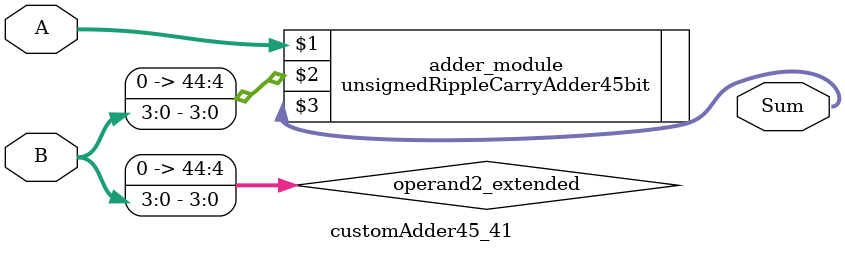
<source format=v>
module customAdder45_41(
                        input [44 : 0] A,
                        input [3 : 0] B,
                        
                        output [45 : 0] Sum
                );

        wire [44 : 0] operand2_extended;
        
        assign operand2_extended =  {41'b0, B};
        
        unsignedRippleCarryAdder45bit adder_module(
            A,
            operand2_extended,
            Sum
        );
        
        endmodule
        
</source>
